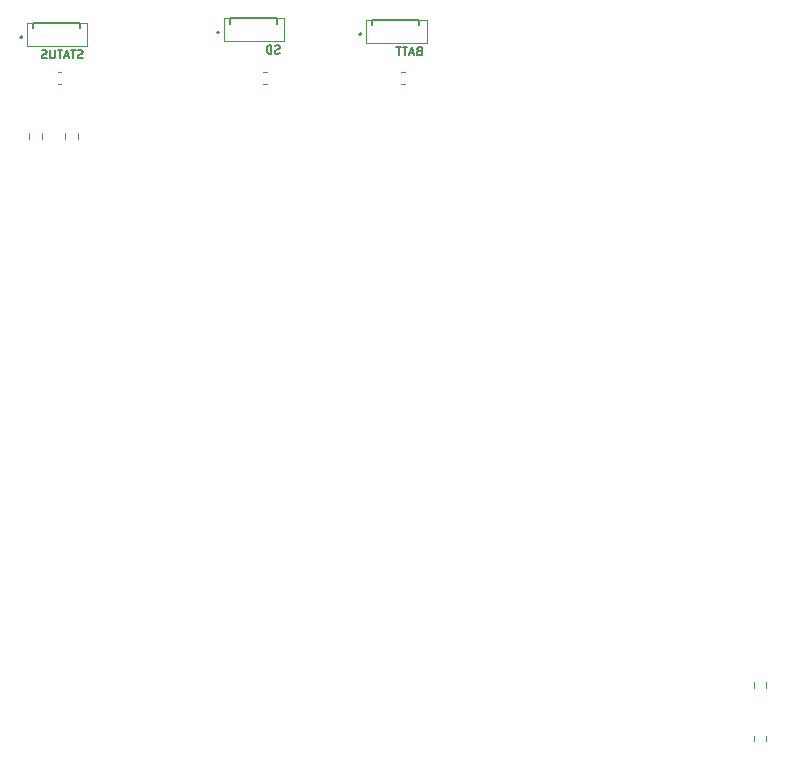
<source format=gbr>
%TF.GenerationSoftware,KiCad,Pcbnew,(7.0.0)*%
%TF.CreationDate,2023-02-28T21:09:02-08:00*%
%TF.ProjectId,daq-wireless,6461712d-7769-4726-956c-6573732e6b69,rev?*%
%TF.SameCoordinates,Original*%
%TF.FileFunction,Legend,Bot*%
%TF.FilePolarity,Positive*%
%FSLAX46Y46*%
G04 Gerber Fmt 4.6, Leading zero omitted, Abs format (unit mm)*
G04 Created by KiCad (PCBNEW (7.0.0)) date 2023-02-28 21:09:02*
%MOMM*%
%LPD*%
G01*
G04 APERTURE LIST*
%ADD10C,0.140000*%
%ADD11C,0.120000*%
%ADD12C,0.127000*%
%ADD13C,0.200000*%
G04 APERTURE END LIST*
D10*
%TO.C,D9*%
X145357600Y-48929500D02*
X145257600Y-48962833D01*
X145257600Y-48962833D02*
X145224266Y-48996166D01*
X145224266Y-48996166D02*
X145190933Y-49062833D01*
X145190933Y-49062833D02*
X145190933Y-49162833D01*
X145190933Y-49162833D02*
X145224266Y-49229500D01*
X145224266Y-49229500D02*
X145257600Y-49262833D01*
X145257600Y-49262833D02*
X145324266Y-49296166D01*
X145324266Y-49296166D02*
X145590933Y-49296166D01*
X145590933Y-49296166D02*
X145590933Y-48596166D01*
X145590933Y-48596166D02*
X145357600Y-48596166D01*
X145357600Y-48596166D02*
X145290933Y-48629500D01*
X145290933Y-48629500D02*
X145257600Y-48662833D01*
X145257600Y-48662833D02*
X145224266Y-48729500D01*
X145224266Y-48729500D02*
X145224266Y-48796166D01*
X145224266Y-48796166D02*
X145257600Y-48862833D01*
X145257600Y-48862833D02*
X145290933Y-48896166D01*
X145290933Y-48896166D02*
X145357600Y-48929500D01*
X145357600Y-48929500D02*
X145590933Y-48929500D01*
X144924266Y-49096166D02*
X144590933Y-49096166D01*
X144990933Y-49296166D02*
X144757600Y-48596166D01*
X144757600Y-48596166D02*
X144524266Y-49296166D01*
X144390933Y-48596166D02*
X143990933Y-48596166D01*
X144190933Y-49296166D02*
X144190933Y-48596166D01*
X143857600Y-48596166D02*
X143457600Y-48596166D01*
X143657600Y-49296166D02*
X143657600Y-48596166D01*
%TO.C,D4*%
X116904266Y-49516833D02*
X116804266Y-49550166D01*
X116804266Y-49550166D02*
X116637600Y-49550166D01*
X116637600Y-49550166D02*
X116570933Y-49516833D01*
X116570933Y-49516833D02*
X116537600Y-49483500D01*
X116537600Y-49483500D02*
X116504266Y-49416833D01*
X116504266Y-49416833D02*
X116504266Y-49350166D01*
X116504266Y-49350166D02*
X116537600Y-49283500D01*
X116537600Y-49283500D02*
X116570933Y-49250166D01*
X116570933Y-49250166D02*
X116637600Y-49216833D01*
X116637600Y-49216833D02*
X116770933Y-49183500D01*
X116770933Y-49183500D02*
X116837600Y-49150166D01*
X116837600Y-49150166D02*
X116870933Y-49116833D01*
X116870933Y-49116833D02*
X116904266Y-49050166D01*
X116904266Y-49050166D02*
X116904266Y-48983500D01*
X116904266Y-48983500D02*
X116870933Y-48916833D01*
X116870933Y-48916833D02*
X116837600Y-48883500D01*
X116837600Y-48883500D02*
X116770933Y-48850166D01*
X116770933Y-48850166D02*
X116604266Y-48850166D01*
X116604266Y-48850166D02*
X116504266Y-48883500D01*
X116304266Y-48850166D02*
X115904266Y-48850166D01*
X116104266Y-49550166D02*
X116104266Y-48850166D01*
X115704266Y-49350166D02*
X115370933Y-49350166D01*
X115770933Y-49550166D02*
X115537600Y-48850166D01*
X115537600Y-48850166D02*
X115304266Y-49550166D01*
X115170933Y-48850166D02*
X114770933Y-48850166D01*
X114970933Y-49550166D02*
X114970933Y-48850166D01*
X114537600Y-48850166D02*
X114537600Y-49416833D01*
X114537600Y-49416833D02*
X114504267Y-49483500D01*
X114504267Y-49483500D02*
X114470933Y-49516833D01*
X114470933Y-49516833D02*
X114404267Y-49550166D01*
X114404267Y-49550166D02*
X114270933Y-49550166D01*
X114270933Y-49550166D02*
X114204267Y-49516833D01*
X114204267Y-49516833D02*
X114170933Y-49483500D01*
X114170933Y-49483500D02*
X114137600Y-49416833D01*
X114137600Y-49416833D02*
X114137600Y-48850166D01*
X113837600Y-49516833D02*
X113737600Y-49550166D01*
X113737600Y-49550166D02*
X113570934Y-49550166D01*
X113570934Y-49550166D02*
X113504267Y-49516833D01*
X113504267Y-49516833D02*
X113470934Y-49483500D01*
X113470934Y-49483500D02*
X113437600Y-49416833D01*
X113437600Y-49416833D02*
X113437600Y-49350166D01*
X113437600Y-49350166D02*
X113470934Y-49283500D01*
X113470934Y-49283500D02*
X113504267Y-49250166D01*
X113504267Y-49250166D02*
X113570934Y-49216833D01*
X113570934Y-49216833D02*
X113704267Y-49183500D01*
X113704267Y-49183500D02*
X113770934Y-49150166D01*
X113770934Y-49150166D02*
X113804267Y-49116833D01*
X113804267Y-49116833D02*
X113837600Y-49050166D01*
X113837600Y-49050166D02*
X113837600Y-48983500D01*
X113837600Y-48983500D02*
X113804267Y-48916833D01*
X113804267Y-48916833D02*
X113770934Y-48883500D01*
X113770934Y-48883500D02*
X113704267Y-48850166D01*
X113704267Y-48850166D02*
X113537600Y-48850166D01*
X113537600Y-48850166D02*
X113437600Y-48883500D01*
%TO.C,D7*%
X133572266Y-49118833D02*
X133472266Y-49152166D01*
X133472266Y-49152166D02*
X133305600Y-49152166D01*
X133305600Y-49152166D02*
X133238933Y-49118833D01*
X133238933Y-49118833D02*
X133205600Y-49085500D01*
X133205600Y-49085500D02*
X133172266Y-49018833D01*
X133172266Y-49018833D02*
X133172266Y-48952166D01*
X133172266Y-48952166D02*
X133205600Y-48885500D01*
X133205600Y-48885500D02*
X133238933Y-48852166D01*
X133238933Y-48852166D02*
X133305600Y-48818833D01*
X133305600Y-48818833D02*
X133438933Y-48785500D01*
X133438933Y-48785500D02*
X133505600Y-48752166D01*
X133505600Y-48752166D02*
X133538933Y-48718833D01*
X133538933Y-48718833D02*
X133572266Y-48652166D01*
X133572266Y-48652166D02*
X133572266Y-48585500D01*
X133572266Y-48585500D02*
X133538933Y-48518833D01*
X133538933Y-48518833D02*
X133505600Y-48485500D01*
X133505600Y-48485500D02*
X133438933Y-48452166D01*
X133438933Y-48452166D02*
X133272266Y-48452166D01*
X133272266Y-48452166D02*
X133172266Y-48485500D01*
X132872266Y-49152166D02*
X132872266Y-48452166D01*
X132872266Y-48452166D02*
X132705599Y-48452166D01*
X132705599Y-48452166D02*
X132605599Y-48485500D01*
X132605599Y-48485500D02*
X132538933Y-48552166D01*
X132538933Y-48552166D02*
X132505599Y-48618833D01*
X132505599Y-48618833D02*
X132472266Y-48752166D01*
X132472266Y-48752166D02*
X132472266Y-48852166D01*
X132472266Y-48852166D02*
X132505599Y-48985500D01*
X132505599Y-48985500D02*
X132538933Y-49052166D01*
X132538933Y-49052166D02*
X132605599Y-49118833D01*
X132605599Y-49118833D02*
X132705599Y-49152166D01*
X132705599Y-49152166D02*
X132872266Y-49152166D01*
D11*
%TO.C,C12*%
X132193420Y-50671000D02*
X132474580Y-50671000D01*
X132193420Y-51691000D02*
X132474580Y-51691000D01*
%TO.C,R2*%
X113425500Y-55896742D02*
X113425500Y-56371258D01*
X112380500Y-55896742D02*
X112380500Y-56371258D01*
%TO.C,D9*%
X146011600Y-48251600D02*
X140906200Y-48251600D01*
X146011600Y-46295800D02*
X146011600Y-48251600D01*
X145402000Y-46295800D02*
X146011600Y-46295800D01*
D12*
X145402000Y-46295800D02*
X145402000Y-46755800D01*
X145402000Y-46295800D02*
X141402000Y-46295800D01*
X141402000Y-46295800D02*
X141402000Y-46755800D01*
D11*
X140906200Y-48251600D02*
X140906200Y-46295800D01*
X140906200Y-46295800D02*
X141402000Y-46295800D01*
D13*
X140502000Y-47498000D02*
G75*
G03*
X140502000Y-47498000I-100000J0D01*
G01*
D11*
%TO.C,C11*%
X143877420Y-50671000D02*
X144158580Y-50671000D01*
X143877420Y-51691000D02*
X144158580Y-51691000D01*
%TO.C,D4*%
X117291600Y-48505600D02*
X112186200Y-48505600D01*
X117291600Y-46549800D02*
X117291600Y-48505600D01*
X116682000Y-46549800D02*
X117291600Y-46549800D01*
D12*
X116682000Y-46549800D02*
X116682000Y-47009800D01*
X116682000Y-46549800D02*
X112682000Y-46549800D01*
X112682000Y-46549800D02*
X112682000Y-47009800D01*
D11*
X112186200Y-48505600D02*
X112186200Y-46549800D01*
X112186200Y-46549800D02*
X112682000Y-46549800D01*
D13*
X111782000Y-47752000D02*
G75*
G03*
X111782000Y-47752000I-100000J0D01*
G01*
D11*
%TO.C,C13*%
X114781420Y-50671000D02*
X115062580Y-50671000D01*
X114781420Y-51691000D02*
X115062580Y-51691000D01*
%TO.C,D7*%
X133959600Y-48107600D02*
X128854200Y-48107600D01*
X133959600Y-46151800D02*
X133959600Y-48107600D01*
X133350000Y-46151800D02*
X133959600Y-46151800D01*
D12*
X133350000Y-46151800D02*
X133350000Y-46611800D01*
X133350000Y-46151800D02*
X129350000Y-46151800D01*
X129350000Y-46151800D02*
X129350000Y-46611800D01*
D11*
X128854200Y-48107600D02*
X128854200Y-46151800D01*
X128854200Y-46151800D02*
X129350000Y-46151800D01*
D13*
X128450000Y-47354000D02*
G75*
G03*
X128450000Y-47354000I-100000J0D01*
G01*
D11*
%TO.C,R3*%
X116473500Y-55896742D02*
X116473500Y-56371258D01*
X115428500Y-55896742D02*
X115428500Y-56371258D01*
%TO.C,R6*%
X174766500Y-106887742D02*
X174766500Y-107362258D01*
X173721500Y-106887742D02*
X173721500Y-107362258D01*
%TO.C,R5*%
X174766500Y-102378742D02*
X174766500Y-102853258D01*
X173721500Y-102378742D02*
X173721500Y-102853258D01*
%TD*%
M02*

</source>
